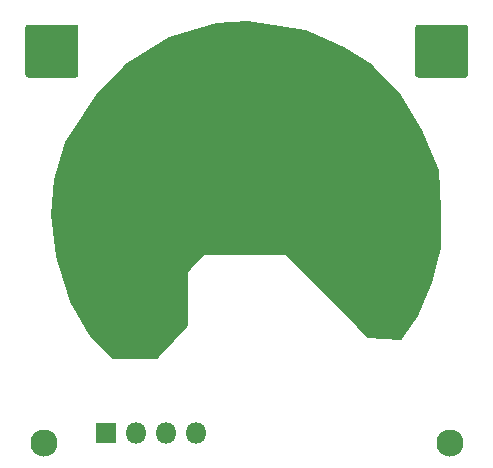
<source format=gbr>
%TF.GenerationSoftware,KiCad,Pcbnew,5.1.6*%
%TF.CreationDate,2020-09-21T04:08:01+02:00*%
%TF.ProjectId,inulox_led_bulb,696e756c-6f78-45f6-9c65-645f62756c62,rev?*%
%TF.SameCoordinates,Original*%
%TF.FileFunction,Soldermask,Bot*%
%TF.FilePolarity,Negative*%
%FSLAX46Y46*%
G04 Gerber Fmt 4.6, Leading zero omitted, Abs format (unit mm)*
G04 Created by KiCad (PCBNEW 5.1.6) date 2020-09-21 04:08:01*
%MOMM*%
%LPD*%
G01*
G04 APERTURE LIST*
%ADD10C,2.300000*%
%ADD11O,1.800000X1.800000*%
%ADD12R,1.800000X1.800000*%
%ADD13C,0.254000*%
G04 APERTURE END LIST*
D10*
%TO.C,REF\u002A\u002A*%
X132200000Y-73200000D03*
%TD*%
%TO.C,REF\u002A\u002A*%
X97800000Y-73200000D03*
%TD*%
%TO.C,LED +*%
G36*
G01*
X96250000Y-41994319D02*
X96250000Y-38005681D01*
G75*
G02*
X96505681Y-37750000I255681J0D01*
G01*
X100494319Y-37750000D01*
G75*
G02*
X100750000Y-38005681I0J-255681D01*
G01*
X100750000Y-41994319D01*
G75*
G02*
X100494319Y-42250000I-255681J0D01*
G01*
X96505681Y-42250000D01*
G75*
G02*
X96250000Y-41994319I0J255681D01*
G01*
G37*
%TD*%
%TO.C,LED -*%
G36*
G01*
X129250000Y-41994319D02*
X129250000Y-38005681D01*
G75*
G02*
X129505681Y-37750000I255681J0D01*
G01*
X133494319Y-37750000D01*
G75*
G02*
X133750000Y-38005681I0J-255681D01*
G01*
X133750000Y-41994319D01*
G75*
G02*
X133494319Y-42250000I-255681J0D01*
G01*
X129505681Y-42250000D01*
G75*
G02*
X129250000Y-41994319I0J255681D01*
G01*
G37*
%TD*%
D11*
%TO.C,J1*%
X110720000Y-72300000D03*
X108180000Y-72300000D03*
X105640000Y-72300000D03*
D12*
X103100000Y-72300000D03*
%TD*%
D13*
G36*
X119963938Y-38322846D02*
G01*
X123140101Y-39712417D01*
X125320053Y-41099659D01*
X127899143Y-43678749D01*
X129686196Y-46657172D01*
X131074468Y-50028688D01*
X131273000Y-53403735D01*
X131273000Y-56583357D01*
X130479652Y-59558411D01*
X129288436Y-62337916D01*
X127937241Y-64268194D01*
X125256304Y-64076698D01*
X118289803Y-57110197D01*
X118270557Y-57094403D01*
X118248601Y-57082667D01*
X118224776Y-57075440D01*
X118200000Y-57073000D01*
X111400000Y-57073000D01*
X111375224Y-57075440D01*
X111351399Y-57082667D01*
X111329443Y-57094403D01*
X111310197Y-57110197D01*
X109910197Y-58510197D01*
X109894403Y-58529443D01*
X109882667Y-58551399D01*
X109875440Y-58575224D01*
X109873000Y-58600000D01*
X109873000Y-63150128D01*
X107344619Y-65873000D01*
X103652606Y-65873000D01*
X101701828Y-63922222D01*
X100117011Y-61148792D01*
X98924850Y-57373614D01*
X98527469Y-53797192D01*
X98725716Y-50823490D01*
X99716007Y-47654561D01*
X102299221Y-43680385D01*
X104879120Y-41100486D01*
X108452217Y-38916927D01*
X112423385Y-37725576D01*
X114994766Y-37527778D01*
X119963938Y-38322846D01*
G37*
X119963938Y-38322846D02*
X123140101Y-39712417D01*
X125320053Y-41099659D01*
X127899143Y-43678749D01*
X129686196Y-46657172D01*
X131074468Y-50028688D01*
X131273000Y-53403735D01*
X131273000Y-56583357D01*
X130479652Y-59558411D01*
X129288436Y-62337916D01*
X127937241Y-64268194D01*
X125256304Y-64076698D01*
X118289803Y-57110197D01*
X118270557Y-57094403D01*
X118248601Y-57082667D01*
X118224776Y-57075440D01*
X118200000Y-57073000D01*
X111400000Y-57073000D01*
X111375224Y-57075440D01*
X111351399Y-57082667D01*
X111329443Y-57094403D01*
X111310197Y-57110197D01*
X109910197Y-58510197D01*
X109894403Y-58529443D01*
X109882667Y-58551399D01*
X109875440Y-58575224D01*
X109873000Y-58600000D01*
X109873000Y-63150128D01*
X107344619Y-65873000D01*
X103652606Y-65873000D01*
X101701828Y-63922222D01*
X100117011Y-61148792D01*
X98924850Y-57373614D01*
X98527469Y-53797192D01*
X98725716Y-50823490D01*
X99716007Y-47654561D01*
X102299221Y-43680385D01*
X104879120Y-41100486D01*
X108452217Y-38916927D01*
X112423385Y-37725576D01*
X114994766Y-37527778D01*
X119963938Y-38322846D01*
M02*

</source>
